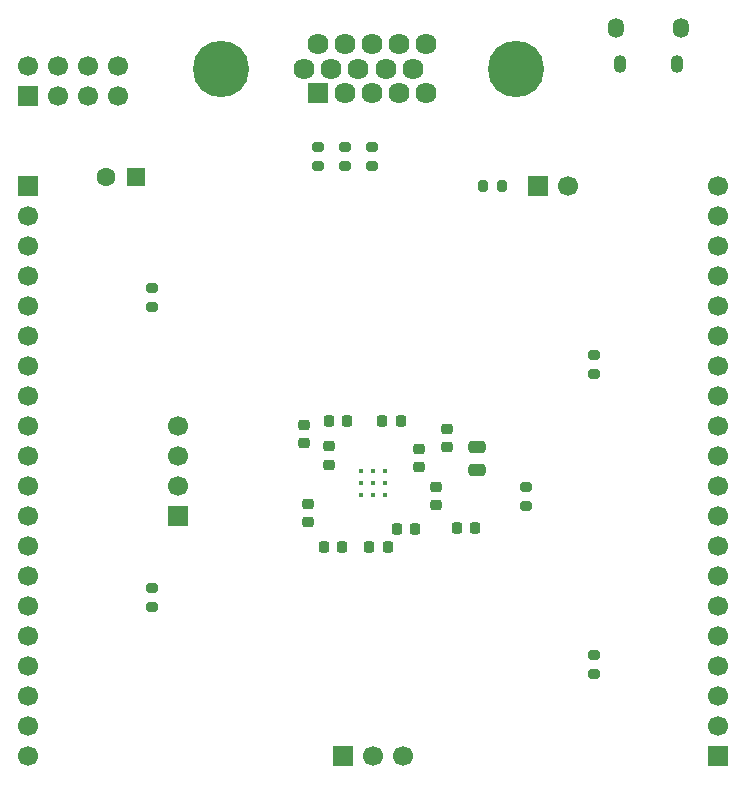
<source format=gbs>
G04 #@! TF.GenerationSoftware,KiCad,Pcbnew,9.0.1*
G04 #@! TF.CreationDate,2025-04-14T17:52:09+10:00*
G04 #@! TF.ProjectId,RP2350B_LevelShift,52503233-3530-4425-9f4c-6576656c5368,rev?*
G04 #@! TF.SameCoordinates,Original*
G04 #@! TF.FileFunction,Soldermask,Bot*
G04 #@! TF.FilePolarity,Negative*
%FSLAX46Y46*%
G04 Gerber Fmt 4.6, Leading zero omitted, Abs format (unit mm)*
G04 Created by KiCad (PCBNEW 9.0.1) date 2025-04-14 17:52:09*
%MOMM*%
%LPD*%
G01*
G04 APERTURE LIST*
G04 Aperture macros list*
%AMRoundRect*
0 Rectangle with rounded corners*
0 $1 Rounding radius*
0 $2 $3 $4 $5 $6 $7 $8 $9 X,Y pos of 4 corners*
0 Add a 4 corners polygon primitive as box body*
4,1,4,$2,$3,$4,$5,$6,$7,$8,$9,$2,$3,0*
0 Add four circle primitives for the rounded corners*
1,1,$1+$1,$2,$3*
1,1,$1+$1,$4,$5*
1,1,$1+$1,$6,$7*
1,1,$1+$1,$8,$9*
0 Add four rect primitives between the rounded corners*
20,1,$1+$1,$2,$3,$4,$5,0*
20,1,$1+$1,$4,$5,$6,$7,0*
20,1,$1+$1,$6,$7,$8,$9,0*
20,1,$1+$1,$8,$9,$2,$3,0*%
G04 Aperture macros list end*
%ADD10C,0.425000*%
%ADD11R,1.700000X1.700000*%
%ADD12C,1.700000*%
%ADD13O,1.350000X1.700000*%
%ADD14O,1.100000X1.500000*%
%ADD15C,4.770000*%
%ADD16R,1.785000X1.785000*%
%ADD17C,1.785000*%
%ADD18R,1.600000X1.600000*%
%ADD19C,1.600000*%
%ADD20RoundRect,0.225000X0.250000X-0.225000X0.250000X0.225000X-0.250000X0.225000X-0.250000X-0.225000X0*%
%ADD21RoundRect,0.200000X0.275000X-0.200000X0.275000X0.200000X-0.275000X0.200000X-0.275000X-0.200000X0*%
%ADD22RoundRect,0.225000X-0.225000X-0.250000X0.225000X-0.250000X0.225000X0.250000X-0.225000X0.250000X0*%
%ADD23RoundRect,0.225000X-0.250000X0.225000X-0.250000X-0.225000X0.250000X-0.225000X0.250000X0.225000X0*%
%ADD24RoundRect,0.200000X-0.275000X0.200000X-0.275000X-0.200000X0.275000X-0.200000X0.275000X0.200000X0*%
%ADD25RoundRect,0.225000X0.225000X0.250000X-0.225000X0.250000X-0.225000X-0.250000X0.225000X-0.250000X0*%
%ADD26RoundRect,0.200000X-0.200000X-0.275000X0.200000X-0.275000X0.200000X0.275000X-0.200000X0.275000X0*%
%ADD27RoundRect,0.250000X-0.475000X0.250000X-0.475000X-0.250000X0.475000X-0.250000X0.475000X0.250000X0*%
G04 APERTURE END LIST*
D10*
X165370000Y-120625000D03*
X165370000Y-121625000D03*
X165370000Y-122625000D03*
X166370000Y-120625000D03*
X166370000Y-121625000D03*
X166370000Y-122625000D03*
X167370000Y-120625000D03*
X167370000Y-121625000D03*
X167370000Y-122625000D03*
D11*
X163830000Y-144780000D03*
D12*
X166370000Y-144780000D03*
X168910000Y-144780000D03*
D13*
X192429866Y-83150545D03*
D14*
X192119866Y-86150545D03*
X187279866Y-86150545D03*
D13*
X186969866Y-83150545D03*
D15*
X178527433Y-86565000D03*
X153537433Y-86565000D03*
D16*
X161717433Y-88665000D03*
D17*
X164007433Y-88665000D03*
X166297433Y-88665000D03*
X168587433Y-88665000D03*
X170877433Y-88665000D03*
X160577433Y-86565000D03*
X162867433Y-86565000D03*
X165157433Y-86565000D03*
X167447433Y-86565000D03*
X169737433Y-86565000D03*
X161717433Y-84485000D03*
X164007433Y-84485000D03*
X166297433Y-84485000D03*
X168587433Y-84485000D03*
X170877433Y-84485000D03*
D11*
X149860000Y-124460000D03*
D12*
X149860000Y-121920000D03*
X149860000Y-119380000D03*
X149860000Y-116840000D03*
D18*
X146300000Y-95700000D03*
D19*
X143800000Y-95700000D03*
D11*
X137160000Y-88900000D03*
D12*
X137160000Y-86360000D03*
X139700000Y-88900000D03*
X139700000Y-86360000D03*
X142240000Y-88900000D03*
X142240000Y-86360000D03*
X144780000Y-88900000D03*
X144780000Y-86360000D03*
D11*
X195580000Y-144780000D03*
D12*
X195580000Y-142240000D03*
X195580000Y-139700000D03*
X195580000Y-137160000D03*
X195580000Y-134620000D03*
X195580000Y-132080000D03*
X195580000Y-129540000D03*
X195580000Y-127000000D03*
X195580000Y-124460000D03*
X195580000Y-121920000D03*
X195580000Y-119380000D03*
X195580000Y-116840000D03*
X195580000Y-114300000D03*
X195580000Y-111760000D03*
X195580000Y-109220000D03*
X195580000Y-106680000D03*
X195580000Y-104140000D03*
X195580000Y-101600000D03*
X195580000Y-99060000D03*
X195580000Y-96520000D03*
D11*
X180340000Y-96520000D03*
D12*
X182880000Y-96520000D03*
D11*
X137160000Y-96520000D03*
D12*
X137160000Y-99060000D03*
X137160000Y-101600000D03*
X137160000Y-104140000D03*
X137160000Y-106680000D03*
X137160000Y-109220000D03*
X137160000Y-111760000D03*
X137160000Y-114300000D03*
X137160000Y-116840000D03*
X137160000Y-119380000D03*
X137160000Y-121920000D03*
X137160000Y-124460000D03*
X137160000Y-127000000D03*
X137160000Y-129540000D03*
X137160000Y-132080000D03*
X137160000Y-134620000D03*
X137160000Y-137160000D03*
X137160000Y-139700000D03*
X137160000Y-142240000D03*
X137160000Y-144780000D03*
D20*
X160920000Y-124975000D03*
X160920000Y-123425000D03*
D21*
X147660000Y-106742500D03*
X147660000Y-105092500D03*
X147660000Y-132142500D03*
X147660000Y-130492500D03*
X185080000Y-112457500D03*
X185080000Y-110807500D03*
D22*
X162620000Y-116385000D03*
X164170000Y-116385000D03*
D23*
X170295000Y-118741500D03*
X170295000Y-120291500D03*
X160560000Y-116735000D03*
X160560000Y-118285000D03*
D24*
X164000000Y-93175000D03*
X164000000Y-94825000D03*
D25*
X167619481Y-127085000D03*
X166069481Y-127085000D03*
X175050000Y-125425000D03*
X173500000Y-125425000D03*
X168720000Y-116385000D03*
X167170000Y-116385000D03*
D21*
X185080000Y-137857500D03*
X185080000Y-136207500D03*
D24*
X166290000Y-93175000D03*
X166290000Y-94825000D03*
D20*
X171720000Y-123541524D03*
X171720000Y-121991524D03*
D25*
X169945000Y-125516500D03*
X168395000Y-125516500D03*
D26*
X175675000Y-96520000D03*
X177325000Y-96520000D03*
D27*
X175200000Y-118635000D03*
X175200000Y-120535000D03*
D20*
X172620000Y-118635000D03*
X172620000Y-117085000D03*
D23*
X162695000Y-118541500D03*
X162695000Y-120091500D03*
D24*
X161710000Y-93175000D03*
X161710000Y-94825000D03*
D22*
X162220000Y-127085000D03*
X163770000Y-127085000D03*
D24*
X179300000Y-121975000D03*
X179300000Y-123625000D03*
M02*

</source>
